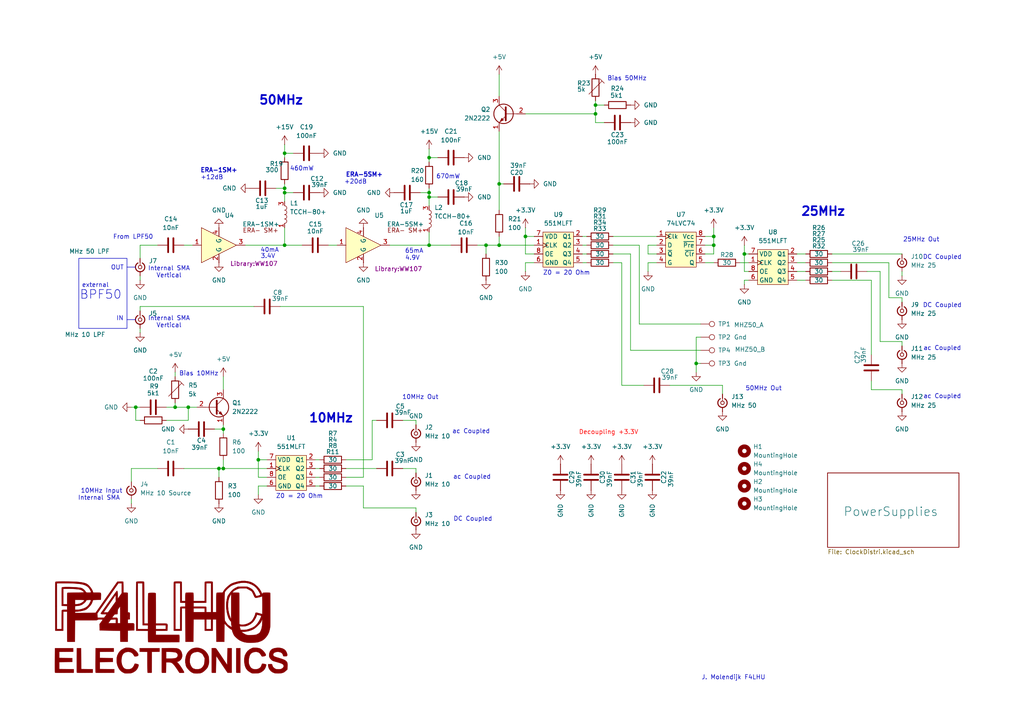
<source format=kicad_sch>
(kicad_sch (version 20250114) (generator "eeschema") (generator_version "9.0")
  (paper "A4")
  (title_block (title "Frequency Reference Distribution") (date "2025-10-31") (rev "1.0.0") (company "F4LHU"))
  (rectangle (start 22.86 74.93) (end 36.83 95.25))
  (text "Z0 = 20 Ohm" (at 164.338 79.248 0) (effects (font (size 1.27 1.27))))
  (text "10MHz Input" (at 29.464 142.494 0) (effects (font (size 1.27 1.27))))
  (text "Internal SMA" (at 28.702 144.526 0) (effects (font (size 1.27 1.27))))
  (text "external" (at 27.686 82.804 0) (effects (font (size 1.27 1.27))))
  (text "BPF50" (at 29.21 85.598 0) (effects (font (size 2.54 2.54))))
  (text "670mW" (at 126.492 51.308 0) (effects (font (size 1.27 1.27)) (justify left)))
  (text "10MHz Out" (at 121.92 115.316 0) (effects (font (size 1.27 1.27))))
  (text "65mA" (at 120.142 72.898 0) (effects (font (size 1.27 1.27))))
  (text "ac Coupled" (at 273.304 115.062 0) (effects (font (size 1.27 1.27))))
  (text "40mA" (at 78.232 72.644 0) (effects (font (size 1.27 1.27))))
  (text "ERA-1SM+" (at 63.5 49.53 0) (effects (font (size 1.27 1.27) (thickness 0.254) (bold yes))))
  (text "25MHz" (at 238.76 61.468 0) (effects (font (size 2.54 2.54) (thickness 0.508) (bold yes))))
  (text "DC Coupled" (at 273.304 88.646 0) (effects (font (size 1.27 1.27))))
  (text "J. Molendijk F4LHU" (at 203.454 196.596 0) (effects (font (size 1.27 1.27)) (justify left)))
  (text "ac Coupled" (at 136.652 125.222 0) (effects (font (size 1.27 1.27))))
  (text "Decoupling +3.3V" (at 176.53 125.476 0) (effects (font (size 1.27 1.27))))
  (text "50MHz" (at 81.534 29.21 0) (effects (font (size 2.54 2.54) (thickness 0.508) (bold yes))))
  (text "From LPF50" (at 38.608 68.834 0) (effects (font (size 1.27 1.27))))
  (text "3.4V" (at 77.724 74.422 0) (effects (font (size 1.27 1.27))))
  (text "Internal SMA\nVertical" (at 49.022 93.472 0) (effects (font (size 1.27 1.27))))
  (text "IN" (at 34.798 92.456 0) (effects (font (size 1.27 1.27))))
  (text "Z0 = 20 Ohm" (at 86.868 144.018 0) (effects (font (size 1.27 1.27))))
  (text "10MHz" (at 96.012 121.412 0) (effects (font (size 2.54 2.54) (thickness 0.508) (bold yes))))
  (text "Bias 50MHz" (at 181.864 22.86 0) (effects (font (size 1.27 1.27))))
  (text "Internal SMA\nVertical" (at 49.022 78.994 0) (effects (font (size 1.27 1.27))))
  (text "+12dB" (at 61.468 51.562 0) (effects (font (size 1.27 1.27))))
  (text "460mW" (at 84.074 49.022 0) (effects (font (size 1.27 1.27)) (justify left)))
  (text "ac Coupled" (at 136.906 138.43 0) (effects (font (size 1.27 1.27))))
  (text "4.9V" (at 119.634 74.93 0) (effects (font (size 1.27 1.27))))
  (text "OUT" (at 34.036 77.724 0) (effects (font (size 1.27 1.27))))
  (text "Bias 10MHz" (at 57.658 108.458 0) (effects (font (size 1.27 1.27))))
  (text "DC Coupled" (at 137.16 150.622 0) (effects (font (size 1.27 1.27))))
  (text "ERA-5SM+" (at 105.664 50.8 0) (effects (font (size 1.27 1.27) (thickness 0.254) (bold yes))))
  (text "25MHz Out" (at 267.208 69.596 0) (effects (font (size 1.27 1.27))))
  (text "DC Coupled" (at 273.304 74.676 0) (effects (font (size 1.27 1.27))))
  (text "+20dB" (at 103.124 52.832 0) (effects (font (size 1.27 1.27))))
  (text "50MHz Out" (at 221.488 112.776 0) (effects (font (size 1.27 1.27))))
  (text "ac Coupled" (at 273.304 101.092 0) (effects (font (size 1.27 1.27))))
  (junction (at 63.5 135.89))
  (junction (at 124.46 71.12))
  (junction (at 39.37 118.11))
  (junction (at 124.46 55.88))
  (junction (at 82.55 44.45))
  (junction (at 82.55 54.61))
  (junction (at 54.61 118.11))
  (junction (at 172.72 30.48))
  (junction (at 50.8 118.11))
  (junction (at 74.93 133.35))
  (junction (at 207.01 68.58))
  (junction (at 64.77 124.46))
  (junction (at 144.78 71.12))
  (junction (at 152.4 68.58))
  (junction (at 207.01 71.12))
  (junction (at 82.55 71.12))
  (junction (at 172.72 33.02))
  (junction (at 82.55 55.88))
  (junction (at 64.77 135.89))
  (junction (at 201.93 105.41))
  (junction (at 144.78 53.34))
  (junction (at 140.97 71.12))
  (junction (at 124.46 45.72))
  (junction (at 215.9 73.66))
  (junction (at 124.46 57.15))
  (wire (pts (xy 144.78 53.34) (xy 144.78 60.96)))
  (wire (pts (xy 168.91 71.12) (xy 170.18 71.12)))
  (wire (pts (xy 82.55 55.88) (xy 85.09 55.88)))
  (wire (pts (xy 252.73 81.28) (xy 252.73 102.87)))
  (wire (pts (xy 144.78 71.12) (xy 154.94 71.12)))
  (wire (pts (xy 39.37 118.11) (xy 39.37 121.92)))
  (wire (pts (xy 261.62 86.36) (xy 261.62 87.63)))
  (wire (pts (xy 63.5 135.89) (xy 64.77 135.89)))
  (wire (pts (xy 187.96 73.66) (xy 190.5 73.66)))
  (wire (pts (xy 73.66 88.9) (xy 40.64 88.9)))
  (wire (pts (xy 177.8 71.12) (xy 185.42 71.12)))
  (wire (pts (xy 261.62 99.06) (xy 261.62 100.33)))
  (wire (pts (xy 124.46 57.15) (xy 127 57.15)))
  (wire (pts (xy 64.77 135.89) (xy 77.47 135.89)))
  (wire (pts (xy 201.93 105.41) (xy 201.93 107.95)))
  (wire (pts (xy 152.4 73.66) (xy 154.94 73.66)))
  (wire (pts (xy 38.1 135.89) (xy 45.72 135.89)))
  (wire (pts (xy 209.55 111.76) (xy 209.55 114.3)))
  (wire (pts (xy 113.03 71.12) (xy 124.46 71.12)))
  (wire (pts (xy 64.77 124.46) (xy 64.77 125.73)))
  (wire (pts (xy 257.81 76.2) (xy 257.81 86.36)))
  (wire (pts (xy 91.44 135.89) (xy 92.71 135.89)))
  (wire (pts (xy 74.93 133.35) (xy 74.93 138.43)))
  (wire (pts (xy 177.8 76.2) (xy 180.34 76.2)))
  (wire (pts (xy 255.27 99.06) (xy 261.62 99.06)))
  (wire (pts (xy 64.77 123.19) (xy 64.77 124.46)))
  (wire (pts (xy 48.26 118.11) (xy 50.8 118.11)))
  (wire (pts (xy 40.64 96.52) (xy 40.64 95.25)))
  (wire (pts (xy 190.5 71.12) (xy 187.96 71.12)))
  (wire (pts (xy 207.01 71.12) (xy 207.01 73.66)))
  (wire (pts (xy 105.41 88.9) (xy 81.28 88.9)))
  (wire (pts (xy 177.8 73.66) (xy 182.88 73.66)))
  (wire (pts (xy 82.55 53.34) (xy 82.55 54.61)))
  (wire (pts (xy 255.27 78.74) (xy 255.27 99.06)))
  (wire (pts (xy 252.73 110.49) (xy 252.73 113.03)))
  (wire (pts (xy 82.55 44.45) (xy 82.55 45.72)))
  (wire (pts (xy 177.8 68.58) (xy 190.5 68.58)))
  (wire (pts (xy 54.61 118.11) (xy 57.15 118.11)))
  (wire (pts (xy 152.4 68.58) (xy 154.94 68.58)))
  (wire (pts (xy 82.55 54.61) (xy 82.55 55.88)))
  (wire (pts (xy 100.33 140.97) (xy 105.41 140.97)))
  (wire (pts (xy 53.34 135.89) (xy 63.5 135.89)))
  (wire (pts (xy 261.62 80.01) (xy 261.62 78.74)))
  (wire (pts (xy 140.97 71.12) (xy 140.97 73.66)))
  (wire (pts (xy 215.9 81.28) (xy 215.9 82.55)))
  (wire (pts (xy 144.78 21.59) (xy 144.78 27.94)))
  (wire (pts (xy 82.55 58.42) (xy 82.55 55.88)))
  (wire (pts (xy 241.3 73.66) (xy 261.62 73.66)))
  (wire (pts (xy 185.42 71.12) (xy 185.42 93.98)))
  (wire (pts (xy 144.78 53.34) (xy 146.05 53.34)))
  (wire (pts (xy 124.46 45.72) (xy 127 45.72)))
  (wire (pts (xy 152.4 66.04) (xy 152.4 68.58)))
  (wire (pts (xy 38.1 118.11) (xy 39.37 118.11)))
  (polyline (pts (xy 36.83 77.47) (xy 39.37 77.47)))
  (wire (pts (xy 215.9 73.66) (xy 217.17 73.66)))
  (wire (pts (xy 62.23 124.46) (xy 64.77 124.46)))
  (wire (pts (xy 121.92 55.88) (xy 124.46 55.88)))
  (wire (pts (xy 74.93 130.81) (xy 74.93 133.35)))
  (wire (pts (xy 215.9 73.66) (xy 215.9 78.74)))
  (wire (pts (xy 50.8 118.11) (xy 54.61 118.11)))
  (wire (pts (xy 116.84 135.89) (xy 120.65 135.89)))
  (wire (pts (xy 231.14 73.66) (xy 233.68 73.66)))
  (wire (pts (xy 252.73 113.03) (xy 261.62 113.03)))
  (wire (pts (xy 251.46 78.74) (xy 255.27 78.74)))
  (wire (pts (xy 180.34 76.2) (xy 180.34 111.76)))
  (wire (pts (xy 124.46 57.15) (xy 124.46 59.69)))
  (wire (pts (xy 105.41 88.9) (xy 105.41 138.43)))
  (wire (pts (xy 140.97 71.12) (xy 144.78 71.12)))
  (wire (pts (xy 82.55 41.91) (xy 82.55 44.45)))
  (wire (pts (xy 217.17 81.28) (xy 215.9 81.28)))
  (wire (pts (xy 54.61 121.92) (xy 48.26 121.92)))
  (wire (pts (xy 241.3 81.28) (xy 252.73 81.28)))
  (wire (pts (xy 45.72 71.12) (xy 40.64 71.12)))
  (wire (pts (xy 64.77 133.35) (xy 64.77 135.89)))
  (wire (pts (xy 207.01 68.58) (xy 204.47 68.58)))
  (wire (pts (xy 172.72 29.21) (xy 172.72 30.48)))
  (wire (pts (xy 74.93 133.35) (xy 77.47 133.35)))
  (wire (pts (xy 120.65 147.32) (xy 120.65 148.59)))
  (wire (pts (xy 172.72 35.56) (xy 172.72 33.02)))
  (wire (pts (xy 201.93 105.41) (xy 203.2 105.41)))
  (wire (pts (xy 107.95 121.92) (xy 107.95 133.35)))
  (wire (pts (xy 187.96 71.12) (xy 187.96 73.66)))
  (wire (pts (xy 138.43 71.12) (xy 140.97 71.12)))
  (wire (pts (xy 207.01 66.04) (xy 207.01 68.58)))
  (wire (pts (xy 204.47 71.12) (xy 207.01 71.12)))
  (wire (pts (xy 91.44 133.35) (xy 92.71 133.35)))
  (wire (pts (xy 204.47 76.2) (xy 207.01 76.2)))
  (wire (pts (xy 231.14 78.74) (xy 233.68 78.74)))
  (wire (pts (xy 185.42 93.98) (xy 203.2 93.98)))
  (wire (pts (xy 39.37 121.92) (xy 40.64 121.92)))
  (wire (pts (xy 71.12 71.12) (xy 82.55 71.12)))
  (wire (pts (xy 152.4 78.74) (xy 152.4 76.2)))
  (wire (pts (xy 54.61 118.11) (xy 54.61 121.92)))
  (wire (pts (xy 124.46 54.61) (xy 124.46 55.88)))
  (wire (pts (xy 120.65 121.92) (xy 120.65 123.19)))
  (wire (pts (xy 182.88 101.6) (xy 203.2 101.6)))
  (wire (pts (xy 100.33 133.35) (xy 107.95 133.35)))
  (wire (pts (xy 91.44 140.97) (xy 92.71 140.97)))
  (wire (pts (xy 40.64 71.12) (xy 40.64 74.93)))
  (wire (pts (xy 38.1 135.89) (xy 38.1 139.7)))
  (wire (pts (xy 107.95 121.92) (xy 109.22 121.92)))
  (wire (pts (xy 53.34 71.12) (xy 55.88 71.12)))
  (wire (pts (xy 172.72 30.48) (xy 172.72 33.02)))
  (polyline (pts (xy 36.83 92.71) (xy 39.37 92.71)))
  (wire (pts (xy 74.93 138.43) (xy 77.47 138.43)))
  (wire (pts (xy 182.88 73.66) (xy 182.88 101.6)))
  (wire (pts (xy 152.4 76.2) (xy 154.94 76.2)))
  (wire (pts (xy 124.46 71.12) (xy 130.81 71.12)))
  (wire (pts (xy 261.62 113.03) (xy 261.62 114.3)))
  (wire (pts (xy 64.77 109.22) (xy 64.77 113.03)))
  (wire (pts (xy 187.96 76.2) (xy 187.96 78.74)))
  (wire (pts (xy 241.3 78.74) (xy 243.84 78.74)))
  (wire (pts (xy 124.46 55.88) (xy 124.46 57.15)))
  (wire (pts (xy 38.1 146.05) (xy 38.1 144.78)))
  (wire (pts (xy 168.91 68.58) (xy 170.18 68.58)))
  (wire (pts (xy 124.46 45.72) (xy 124.46 46.99)))
  (wire (pts (xy 168.91 73.66) (xy 170.18 73.66)))
  (wire (pts (xy 91.44 138.43) (xy 92.71 138.43)))
  (wire (pts (xy 120.65 135.89) (xy 120.65 137.16)))
  (wire (pts (xy 82.55 66.04) (xy 82.55 71.12)))
  (wire (pts (xy 144.78 38.1) (xy 144.78 53.34)))
  (wire (pts (xy 203.2 97.79) (xy 201.93 97.79)))
  (wire (pts (xy 116.84 121.92) (xy 120.65 121.92)))
  (wire (pts (xy 40.64 81.28) (xy 40.64 80.01)))
  (wire (pts (xy 100.33 138.43) (xy 105.41 138.43)))
  (wire (pts (xy 175.26 35.56) (xy 172.72 35.56)))
  (wire (pts (xy 204.47 73.66) (xy 207.01 73.66)))
  (wire (pts (xy 80.01 54.61) (xy 82.55 54.61)))
  (wire (pts (xy 74.93 140.97) (xy 77.47 140.97)))
  (wire (pts (xy 39.37 118.11) (xy 40.64 118.11)))
  (wire (pts (xy 172.72 33.02) (xy 152.4 33.02)))
  (wire (pts (xy 95.25 71.12) (xy 97.79 71.12)))
  (wire (pts (xy 194.31 111.76) (xy 209.55 111.76)))
  (wire (pts (xy 50.8 109.22) (xy 50.8 107.95)))
  (wire (pts (xy 105.41 147.32) (xy 120.65 147.32)))
  (wire (pts (xy 168.91 76.2) (xy 170.18 76.2)))
  (wire (pts (xy 257.81 86.36) (xy 261.62 86.36)))
  (wire (pts (xy 82.55 44.45) (xy 85.09 44.45)))
  (wire (pts (xy 152.4 68.58) (xy 152.4 73.66)))
  (wire (pts (xy 74.93 143.51) (xy 74.93 140.97)))
  (wire (pts (xy 63.5 135.89) (xy 63.5 138.43)))
  (wire (pts (xy 100.33 135.89) (xy 109.22 135.89)))
  (wire (pts (xy 231.14 76.2) (xy 233.68 76.2)))
  (wire (pts (xy 144.78 68.58) (xy 144.78 71.12)))
  (wire (pts (xy 231.14 81.28) (xy 233.68 81.28)))
  (wire (pts (xy 40.64 88.9) (xy 40.64 90.17)))
  (wire (pts (xy 105.41 140.97) (xy 105.41 147.32)))
  (wire (pts (xy 214.63 76.2) (xy 217.17 76.2)))
  (wire (pts (xy 172.72 30.48) (xy 175.26 30.48)))
  (wire (pts (xy 124.46 43.18) (xy 124.46 45.72)))
  (wire (pts (xy 124.46 67.31) (xy 124.46 71.12)))
  (wire (pts (xy 190.5 76.2) (xy 187.96 76.2)))
  (wire (pts (xy 201.93 97.79) (xy 201.93 105.41)))
  (wire (pts (xy 215.9 71.12) (xy 215.9 73.66)))
  (wire (pts (xy 241.3 76.2) (xy 257.81 76.2)))
  (wire (pts (xy 180.34 111.76) (xy 186.69 111.76)))
  (wire (pts (xy 215.9 78.74) (xy 217.17 78.74)))
  (wire (pts (xy 50.8 116.84) (xy 50.8 118.11)))
  (wire (pts (xy 82.55 71.12) (xy 87.63 71.12)))
  (wire (pts (xy 207.01 68.58) (xy 207.01 71.12)))
  (symbol (lib_id "power:GND") (at 153.67 53.34 90) (unit 1)
    (property "Reference" "#PWR059" (effects (hide yes)))
    (property "Value" "GND" (at 157.48 53.3399 90) (effects (justify right)))
    (property "Description" "Power symbol creates a global label with name \"GND\" , ground" (effects (hide yes)))
  )
  (symbol (lib_id "Device:C") (at 190.5 111.76 90) (unit 1)
    (property "Reference" "C28" (at 193.548 107.696 90))
    (property "Value" "39nF" (at 194.31 109.474 90))
    (property "Footprint" "Capacitor_SMD:C_1206_3216Metric_Pad1.33x1.80mm_HandSolder" (effects (hide yes)))
    (property "Description" "Unpolarized capacitor" (effects (hide yes)))
  )
  (symbol (lib_id "Device:C") (at 162.56 138.43 0) (unit 1)
    (property "Reference" "C29" (at 165.862 138.43 90))
    (property "Value" "39nF" (at 167.894 138.938 90))
    (property "Footprint" "Capacitor_SMD:C_1206_3216Metric_Pad1.33x1.80mm_HandSolder" (effects (hide yes)))
    (property "Description" "Unpolarized capacitor" (effects (hide yes)))
  )
  (symbol (lib_id "power:+3.3V") (at 162.56 134.62 0) (unit 1)
    (property "Reference" "#PWR068" (effects (hide yes)))
    (property "Value" "+3.3V" (at 162.56 129.54 0))
    (property "Description" "Power symbol creates a global label with name \"+3.3V\"" (effects (hide yes)))
  )
  (symbol (lib_id "Device:R") (at 173.99 71.12 90) (unit 1)
    (property "Reference" "R31" (at 173.99 62.738 90))
    (property "Value" "30" (at 173.99 71.12 90))
    (property "Footprint" "Resistor_SMD:R_1206_3216Metric_Pad1.30x1.75mm_HandSolder" (effects (hide yes)))
    (property "Description" "Resistor" (effects (hide yes)))
  )
  (symbol (lib_id "Device:R_Trim") (at 172.72 25.4 0) (unit 1)
    (property "Reference" "R23" (at 167.386 24.13 0) (effects (justify left)))
    (property "Value" "5k" (at 167.386 25.908 0) (effects (justify left)))
    (property "Footprint" "Potentiometer_THT:Potentiometer_Bourns_3299W_Vertical" (effects (hide yes)))
    (property "Description" "Trimmable resistor (preset resistor)" (effects (hide yes)))
  )
  (symbol (lib_id "power:GND") (at 74.93 143.51 0) (unit 1)
    (property "Reference" "#PWR013" (effects (hide yes)))
    (property "Value" "GND" (at 74.93 148.59 0))
    (property "Description" "Power symbol creates a global label with name \"GND\" , ground" (effects (hide yes)))
  )
  (symbol (lib_id "power:GND") (at 215.9 82.55 0) (unit 1)
    (property "Reference" "#PWR036" (effects (hide yes)))
    (property "Value" "GND" (at 215.9 87.63 0))
    (property "Description" "Power symbol creates a global label with name \"GND\" , ground" (effects (hide yes)))
  )
  (symbol (lib_id "power:GND") (at 261.62 92.71 0) (unit 1)
    (property "Reference" "#PWR024" (effects (hide yes)))
    (property "Value" "GND" (at 261.62 97.79 0))
    (property "Description" "Power symbol creates a global label with name \"GND\" , ground" (effects (hide yes)))
  )
  (symbol (lib_id "power:+15V") (at 124.46 43.18 0) (unit 1)
    (property "Reference" "#PWR04" (effects (hide yes)))
    (property "Value" "+15V" (at 124.46 38.1 0))
    (property "Description" "Power symbol creates a global label with name \"+15V\"" (effects (hide yes)))
  )
  (symbol (lib_id "Connector:Conn_Coaxial_Small") (at 209.55 116.84 270) (unit 1)
    (property "Reference" "J13" (at 212.09 115.0503 90) (effects (justify left)))
    (property "Value" "MHz 50" (at 212.09 117.5903 90) (effects (justify left)))
    (property "Footprint" "Connector_Coaxial:SMA_Amphenol_132289_EdgeMount" (effects (hide yes)))
    (property "Description" "small coaxial connector (BNC, SMA, SMB, SMC, Cinch/RCA, LEMO, ...)" (effects (hide yes)))
  )
  (symbol (lib_id "Device:R_Trim") (at 50.8 113.03 0) (unit 1)
    (property "Reference" "R5" (at 54.61 111.7599 0) (effects (justify left)))
    (property "Value" "5k" (at 54.61 114.2999 0) (effects (justify left)))
    (property "Footprint" "Potentiometer_THT:Potentiometer_Bourns_3299W_Vertical" (effects (hide yes)))
    (property "Description" "Trimmable resistor (preset resistor)" (effects (hide yes)))
  )
  (symbol (lib_id "power:GND") (at 209.55 119.38 0) (unit 1)
    (property "Reference" "#PWR026" (effects (hide yes)))
    (property "Value" "GND" (at 209.55 124.46 0))
    (property "Description" "Power symbol creates a global label with name \"GND\" , ground" (effects (hide yes)))
  )
  (symbol (lib_id "power:GND") (at 63.5 146.05 0) (unit 1)
    (property "Reference" "#PWR09" (effects (hide yes)))
    (property "Value" "GND" (at 63.5 151.13 0))
    (property "Description" "Power symbol creates a global label with name \"GND\" , ground" (effects (hide yes)))
  )
  (symbol (lib_id "F4LHU:551MLFT") (at 86.36 129.54 0) (unit 1)
    (property "Reference" "U1" (at 84.455 127 0))
    (property "Value" "551MLFT" (at 84.455 129.54 0))
    (property "Footprint" "Package_SO:SOIC-8_5.3x6.2mm_P1.27mm" (effects (hide yes)))
  )
  (symbol (lib_id "Device:R") (at 63.5 142.24 0) (unit 1)
    (property "Reference" "R3" (at 66.04 140.9699 0) (effects (justify left)))
    (property "Value" "100" (at 66.04 143.5099 0) (effects (justify left)))
    (property "Footprint" "Resistor_SMD:R_1206_3216Metric_Pad1.30x1.75mm_HandSolder" (effects (hide yes)))
    (property "Description" "Resistor" (effects (hide yes)))
  )
  (symbol (lib_id "power:GND") (at 92.71 44.45 90) (unit 1)
    (property "Reference" "#PWR011" (effects (hide yes)))
    (property "Value" "GND" (at 96.52 44.4499 90) (effects (justify right)))
    (property "Description" "Power symbol creates a global label with name \"GND\" , ground" (effects (hide yes)))
  )
  (symbol (lib_id "power:GND") (at 180.34 142.24 0) (unit 1)
    (property "Reference" "#PWR066" (effects (hide yes)))
    (property "Value" "GND" (at 180.3401 146.05 90) (effects (justify right)))
    (property "Description" "Power symbol creates a global label with name \"GND\" , ground" (effects (hide yes)))
  )
  (symbol (lib_id "Device:R") (at 173.99 73.66 90) (unit 1)
    (property "Reference" "R34" (at 173.99 64.516 90))
    (property "Value" "30" (at 173.99 73.66 90))
    (property "Footprint" "Resistor_SMD:R_1206_3216Metric_Pad1.30x1.75mm_HandSolder" (effects (hide yes)))
    (property "Description" "Resistor" (effects (hide yes)))
  )
  (symbol (lib_id "Device:R") (at 96.52 138.43 90) (unit 1)
    (property "Reference" "R8" (at 96.52 129.286 90))
    (property "Value" "30" (at 96.52 138.43 90))
    (property "Footprint" "Resistor_SMD:R_1206_3216Metric_Pad1.30x1.75mm_HandSolder" (effects (hide yes)))
    (property "Description" "Resistor" (effects (hide yes)))
  )
  (symbol (lib_id "power:+5V") (at 64.77 109.22 0) (unit 1)
    (property "Reference" "#PWR053" (effects (hide yes)))
    (property "Value" "+5V" (at 64.77 104.14 0))
    (property "Description" "Power symbol creates a global label with name \"+5V\"" (effects (hide yes)))
  )
  (symbol (lib_id "power:+5V") (at 144.78 21.59 0) (unit 1)
    (property "Reference" "#PWR016" (effects (hide yes)))
    (property "Value" "+5V" (at 144.78 16.51 0))
    (property "Description" "Power symbol creates a global label with name \"+5V\"" (effects (hide yes)))
  )
  (symbol (lib_id "power:GND") (at 38.1 118.11 270) (unit 1)
    (property "Reference" "#PWR051" (effects (hide yes)))
    (property "Value" "GND" (at 34.29 118.1099 90) (effects (justify right)))
    (property "Description" "Power symbol creates a global label with name \"GND\" , ground" (effects (hide yes)))
  )
  (symbol (lib_id "power:GND") (at 40.64 96.52 0) (unit 1)
    (property "Reference" "#PWR014" (effects (hide yes)))
    (property "Value" "GND" (at 40.64 101.6 0))
    (property "Description" "Power symbol creates a global label with name \"GND\" , ground" (effects (hide yes)))
  )
  (symbol (lib_name "ERA-xSM+_1") (lib_id "F4LHU:ERA-xSM+") (at 73.66 64.77 0) (unit 1)
    (property "Reference" "U4" (at 66.548 62.484 0))
    (property "Value" "ERA-1SM+" (at 75.692 65.024 0))
    (property "Footprint" "Library:WW107" (at 73.66 76.454 0))
  )
  (symbol (lib_id "Device:C") (at 247.65 78.74 90) (unit 1)
    (property "Reference" "C26" (at 248.92 70.612 90))
    (property "Value" "39nF" (at 249.682 72.39 90))
    (property "Footprint" "Capacitor_SMD:C_1206_3216Metric_Pad1.33x1.80mm_HandSolder" (effects (hide yes)))
    (property "Description" "Unpolarized capacitor" (effects (hide yes)))
  )
  (symbol (lib_id "power:GND") (at 40.64 81.28 0) (unit 1)
    (property "Reference" "#PWR01" (effects (hide yes)))
    (property "Value" "GND" (at 40.64 86.36 0))
    (property "Description" "Power symbol creates a global label with name \"GND\" , ground" (effects (hide yes)))
  )
  (symbol (lib_id "Connector:Conn_Coaxial_Small") (at 261.62 116.84 270) (unit 1)
    (property "Reference" "J12" (at 264.16 115.0503 90) (effects (justify left)))
    (property "Value" "MHz 25" (at 264.16 117.5903 90) (effects (justify left)))
    (property "Footprint" "Connector_Coaxial:SMA_Amphenol_132289_EdgeMount" (effects (hide yes)))
    (property "Description" "small coaxial connector (BNC, SMA, SMB, SMC, Cinch/RCA, LEMO, ...)" (effects (hide yes)))
  )
  (symbol (lib_id "Mechanical:MountingHole") (at 215.9 146.05 0) (unit 1) (in_bom no)
    (property "Reference" "H3" (at 218.44 144.7799 0) (effects (justify left)))
    (property "Value" "MountingHole" (at 218.44 147.3199 0) (effects (justify left)))
    (property "Footprint" "MountingHole:MountingHole_3.2mm_M3_ISO7380_Pad_TopBottom" (effects (hide yes)))
    (property "Description" "Mounting Hole without connection" (effects (hide yes)))
  )
  (symbol (lib_id "power:+3.3V") (at 171.45 134.62 0) (unit 1)
    (property "Reference" "#PWR069" (effects (hide yes)))
    (property "Value" "+3.3V" (at 171.45 129.54 0))
    (property "Description" "Power symbol creates a global label with name \"+3.3V\"" (effects (hide yes)))
  )
  (symbol (lib_id "Device:C") (at 77.47 88.9 90) (unit 1)
    (property "Reference" "C8" (at 80.518 84.836 90))
    (property "Value" "39nF" (at 81.28 86.614 90))
    (property "Footprint" "Capacitor_SMD:C_1206_3216Metric_Pad1.33x1.80mm_HandSolder" (effects (hide yes)))
    (property "Description" "Unpolarized capacitor" (effects (hide yes)))
  )
  (symbol (lib_id "Mechanical:MountingHole") (at 215.9 135.89 0) (unit 1) (in_bom no)
    (property "Reference" "H4" (at 218.44 134.6199 0) (effects (justify left)))
    (property "Value" "MountingHole" (at 218.44 137.1599 0) (effects (justify left)))
    (property "Footprint" "MountingHole:MountingHole_3.2mm_M3_ISO7380_Pad_TopBottom" (effects (hide yes)))
    (property "Description" "Mounting Hole without connection" (effects (hide yes)))
  )
  (symbol (lib_id "Device:C") (at 91.44 71.12 90) (unit 1)
    (property "Reference" "C15" (at 91.44 65.024 90))
    (property "Value" "10nF" (at 91.44 67.056 90))
    (property "Footprint" "Capacitor_SMD:C_1206_3216Metric_Pad1.33x1.80mm_HandSolder" (effects (hide yes)))
    (property "Description" "Unpolarized capacitor" (effects (hide yes)))
  )
  (symbol (lib_id "power:GND") (at 140.97 81.28 0) (unit 1)
    (property "Reference" "#PWR015" (effects (hide yes)))
    (property "Value" "GND" (at 140.97 86.36 0))
    (property "Description" "Power symbol creates a global label with name \"GND\" , ground" (effects (hide yes)))
  )
  (symbol (lib_id "Connector:TestPoint") (at 203.2 97.79 270) (unit 1)
    (property "Reference" "TP2" (at 208.28 97.7899 90) (effects (justify left)))
    (property "Value" "Gnd" (at 212.852 97.79 90) (effects (justify left)))
    (property "Footprint" "Library:TestPoint_THTPad_1.5x1.5mm_Drill0.7mm" (effects (hide yes)))
    (property "Description" "test point" (effects (hide yes)))
  )
  (symbol (lib_id "power:GND") (at 261.62 80.01 0) (unit 1)
    (property "Reference" "#PWR08" (effects (hide yes)))
    (property "Value" "GND" (at 261.62 85.09 0))
    (property "Description" "Power symbol creates a global label with name \"GND\" , ground" (effects (hide yes)))
  )
  (symbol (lib_id "Device:C") (at 113.03 135.89 90) (unit 1)
    (property "Reference" "C3" (at 116.078 131.826 90))
    (property "Value" "39nF" (at 116.84 133.604 90))
    (property "Footprint" "Capacitor_SMD:C_1206_3216Metric_Pad1.33x1.80mm_HandSolder" (effects (hide yes)))
    (property "Description" "Unpolarized capacitor" (effects (hide yes)))
  )
  (symbol (lib_id "Device:R") (at 237.49 81.28 90) (unit 1)
    (property "Reference" "R32" (at 237.49 71.374 90))
    (property "Value" "30" (at 237.49 81.28 90))
    (property "Footprint" "Resistor_SMD:R_1206_3216Metric_Pad1.30x1.75mm_HandSolder" (effects (hide yes)))
    (property "Description" "Resistor" (effects (hide yes)))
  )
  (symbol (lib_id "power:GND") (at 187.96 78.74 0) (unit 1)
    (property "Reference" "#PWR017" (effects (hide yes)))
    (property "Value" "GND" (at 187.96 83.82 0))
    (property "Description" "Power symbol creates a global label with name \"GND\" , ground" (effects (hide yes)))
  )
  (symbol (lib_id "Connector:Conn_Coaxial_Small") (at 40.64 92.71 270) (unit 1)
    (property "Reference" "J5" (at 43.18 90.9203 90) (effects (justify left)))
    (property "Value" "MHz 10 LPF" (at 18.796 97.028 90) (effects (justify left)))
    (property "Footprint" "Connector_Coaxial:SMA_Amphenol_132134-11_Vertical" (effects (hide yes)))
    (property "Description" "small coaxial connector (BNC, SMA, SMB, SMC, Cinch/RCA, LEMO, ...)" (effects (hide yes)))
  )
  (symbol (lib_id "power:+5V") (at 172.72 21.59 0) (unit 1)
    (property "Reference" "#PWR025" (effects (hide yes)))
    (property "Value" "+5V" (at 172.72 16.51 0))
    (property "Description" "Power symbol creates a global label with name \"+5V\"" (effects (hide yes)))
  )
  (symbol (lib_id "power:GND") (at 92.71 55.88 90) (unit 1)
    (property "Reference" "#PWR07" (effects (hide yes)))
    (property "Value" "GND" (at 96.52 55.8799 90) (effects (justify right)))
    (property "Description" "Power symbol creates a global label with name \"GND\" , ground" (effects (hide yes)))
  )
  (symbol (lib_id "power:GND") (at 120.65 153.67 0) (unit 1)
    (property "Reference" "#PWR021" (effects (hide yes)))
    (property "Value" "GND" (at 120.65 158.75 0))
    (property "Description" "Power symbol creates a global label with name \"GND\" , ground" (effects (hide yes)))
  )
  (symbol (lib_id "Device:C") (at 44.45 118.11 90) (unit 1)
    (property "Reference" "C2" (at 44.45 107.696 90))
    (property "Value" "100nF" (at 44.45 109.728 90))
    (property "Footprint" "Capacitor_SMD:C_1206_3216Metric_Pad1.33x1.80mm_HandSolder" (effects (hide yes)))
    (property "Description" "Unpolarized capacitor" (effects (hide yes)))
  )
  (symbol (lib_id "power:GND") (at 201.93 107.95 0) (unit 1)
    (property "Reference" "#PWR054" (effects (hide yes)))
    (property "Value" "GND" (at 201.93 113.03 0))
    (property "Description" "Power symbol creates a global label with name \"GND\" , ground" (effects (hide yes)))
  )
  (symbol (lib_id "power:+3.3V") (at 207.01 66.04 0) (unit 1)
    (property "Reference" "#PWR018" (effects (hide yes)))
    (property "Value" "+3.3V" (at 207.01 60.96 0))
    (property "Description" "Power symbol creates a global label with name \"+3.3V\"" (effects (hide yes)))
  )
  (symbol (lib_id "Device:R") (at 82.55 49.53 0) (unit 1)
    (property "Reference" "R19" (at 78.232 47.498 0) (effects (justify left)))
    (property "Value" "300" (at 76.962 49.276 0) (effects (justify left)))
    (property "Footprint" "Resistor_SMD:R_2512_6332Metric_Pad1.40x3.35mm_HandSolder" (effects (hide yes)))
    (property "Description" "Resistor" (effects (hide yes)))
  )
  (symbol (lib_id "Device:C") (at 180.34 138.43 0) (unit 1)
    (property "Reference" "C31" (at 183.642 138.43 90))
    (property "Value" "39nF" (at 185.674 138.938 90))
    (property "Footprint" "Capacitor_SMD:C_1206_3216Metric_Pad1.33x1.80mm_HandSolder" (effects (hide yes)))
    (property "Description" "Unpolarized capacitor" (effects (hide yes)))
  )
  (symbol (lib_id "Device:C") (at 149.86 53.34 90) (unit 1)
    (property "Reference" "C20" (at 149.86 50.038 90))
    (property "Value" "39nF" (at 150.368 48.006 90))
    (property "Footprint" "Capacitor_SMD:C_1206_3216Metric_Pad1.33x1.80mm_HandSolder" (effects (hide yes)))
    (property "Description" "Unpolarized capacitor" (effects (hide yes)))
  )
  (symbol (lib_id "F4LHU:TCCH-80") (at 124.46 63.5 0) (unit 1)
    (property "Reference" "L2" (at 125.984 60.198 0) (effects (justify left)))
    (property "Value" "TCCH-80+" (at 125.984 62.738 0) (effects (justify left)))
    (property "Footprint" "Library:Minicircuits_GU1604" (effects (hide yes)))
    (property "Datasheet" "https://www.minicircuits.com/case_style/GU1041.pdf" (effects (hide yes)))
    (property "Description" "Inductor" (effects (hide yes)))
  )
  (symbol (lib_id "power:GND") (at 182.88 30.48 90) (unit 1)
    (property "Reference" "#PWR039" (effects (hide yes)))
    (property "Value" "GND" (at 186.69 30.4799 90) (effects (justify right)))
    (property "Description" "Power symbol creates a global label with name \"GND\" , ground" (effects (hide yes)))
  )
  (symbol (lib_id "Device:C") (at 130.81 57.15 90) (unit 1)
    (property "Reference" "C18" (at 133.858 53.086 90))
    (property "Value" "39nF" (at 134.62 54.864 90))
    (property "Footprint" "Capacitor_SMD:C_1206_3216Metric_Pad1.33x1.80mm_HandSolder" (effects (hide yes)))
    (property "Description" "Unpolarized capacitor" (effects (hide yes)))
  )
  (symbol (lib_id "power:GND") (at 120.65 128.27 0) (unit 1)
    (property "Reference" "#PWR020" (effects (hide yes)))
    (property "Value" "GND" (at 120.65 133.35 0))
    (property "Description" "Power symbol creates a global label with name \"GND\" , ground" (effects (hide yes)))
  )
  (symbol (lib_id "power:GND") (at 261.62 105.41 0) (unit 1)
    (property "Reference" "#PWR037" (effects (hide yes)))
    (property "Value" "GND" (at 261.62 110.49 0))
    (property "Description" "Power symbol creates a global label with name \"GND\" , ground" (effects (hide yes)))
  )
  (symbol (lib_id "Device:C") (at 88.9 55.88 90) (unit 1)
    (property "Reference" "C12" (at 91.948 51.816 90))
    (property "Value" "39nF" (at 92.71 53.594 90))
    (property "Footprint" "Capacitor_SMD:C_1206_3216Metric_Pad1.33x1.80mm_HandSolder" (effects (hide yes)))
    (property "Description" "Unpolarized capacitor" (effects (hide yes)))
  )
  (symbol (lib_id "power:GND") (at 120.65 142.24 0) (unit 1)
    (property "Reference" "#PWR019" (effects (hide yes)))
    (property "Value" "GND" (at 120.65 120.65 0))
    (property "Description" "Power symbol creates a global label with name \"GND\" , ground" (effects (hide yes)))
  )
  (symbol (lib_id "power:GND") (at 134.62 45.72 90) (unit 1)
    (property "Reference" "#PWR012" (effects (hide yes)))
    (property "Value" "GND" (at 138.43 45.7199 90) (effects (justify right)))
    (property "Description" "Power symbol creates a global label with name \"GND\" , ground" (effects (hide yes)))
  )
  (symbol (lib_id "Device:R") (at 237.49 73.66 90) (unit 1)
    (property "Reference" "R26" (at 237.49 66.04 90))
    (property "Value" "30" (at 237.49 73.66 90))
    (property "Footprint" "Resistor_SMD:R_1206_3216Metric_Pad1.30x1.75mm_HandSolder" (effects (hide yes)))
    (property "Description" "Resistor" (effects (hide yes)))
  )
  (symbol (lib_id "Device:C") (at 252.73 106.68 180) (unit 1)
    (property "Reference" "C27" (at 248.666 103.632 90))
    (property "Value" "39nF" (at 250.444 102.87 90))
    (property "Footprint" "Capacitor_SMD:C_1206_3216Metric_Pad1.33x1.80mm_HandSolder" (effects (hide yes)))
    (property "Description" "Unpolarized capacitor" (effects (hide yes)))
  )
  (symbol (lib_id "Mechanical:MountingHole") (at 215.9 130.81 0) (unit 1) (in_bom no)
    (property "Reference" "H1" (at 218.44 129.5399 0) (effects (justify left)))
    (property "Value" "MountingHole" (at 218.44 132.0799 0) (effects (justify left)))
    (property "Footprint" "MountingHole:MountingHole_3.2mm_M3_ISO7380_Pad_TopBottom" (effects (hide yes)))
    (property "Description" "Mounting Hole without connection" (effects (hide yes)))
  )
  (symbol (lib_id "Device:C") (at 130.81 45.72 90) (unit 1)
    (property "Reference" "C21" (at 130.81 38.1 90))
    (property "Value" "100nF" (at 130.81 40.64 90))
    (property "Footprint" "Capacitor_SMD:C_1206_3216Metric_Pad1.33x1.80mm_HandSolder" (effects (hide yes)))
    (property "Description" "Unpolarized capacitor" (effects (hide yes)))
  )
  (symbol (lib_id "power:+5V") (at 50.8 107.95 0) (unit 1)
    (property "Reference" "#PWR052" (effects (hide yes)))
    (property "Value" "+5V" (at 50.8 102.87 0))
    (property "Description" "Power symbol creates a global label with name \"+5V\"" (effects (hide yes)))
  )
  (symbol (lib_id "power:+3.3V") (at 189.23 134.62 0) (unit 1)
    (property "Reference" "#PWR071" (effects (hide yes)))
    (property "Value" "+3.3V" (at 189.23 129.54 0))
    (property "Description" "Power symbol creates a global label with name \"+3.3V\"" (effects (hide yes)))
  )
  (symbol (lib_id "power:GND") (at 261.62 119.38 0) (unit 1)
    (property "Reference" "#PWR038" (effects (hide yes)))
    (property "Value" "GND" (at 261.62 124.46 0))
    (property "Description" "Power symbol creates a global label with name \"GND\" , ground" (effects (hide yes)))
  )
  (symbol (lib_id "Device:R") (at 96.52 140.97 90) (unit 1)
    (property "Reference" "R11" (at 96.52 131.064 90))
    (property "Value" "30" (at 96.52 140.97 90))
    (property "Footprint" "Resistor_SMD:R_1206_3216Metric_Pad1.30x1.75mm_HandSolder" (effects (hide yes)))
    (property "Description" "Resistor" (effects (hide yes)))
  )
  (symbol (lib_id "power:+3.3V") (at 74.93 130.81 0) (unit 1)
    (property "Reference" "#PWR010" (effects (hide yes)))
    (property "Value" "+3.3V" (at 74.93 125.73 0))
    (property "Description" "Power symbol creates a global label with name \"+3.3V\"" (effects (hide yes)))
  )
  (symbol (lib_id "Connector:TestPoint") (at 203.2 93.98 270) (unit 1)
    (property "Reference" "TP1" (at 208.28 93.9799 90) (effects (justify left)))
    (property "Value" "MHZ50_A" (at 212.852 94.234 90) (effects (justify left)))
    (property "Footprint" "Library:TestPoint_THTPad_1.5x1.5mm_Drill0.7mm" (effects (hide yes)))
    (property "Description" "test point" (effects (hide yes)))
  )
  (symbol (lib_id "Device:R") (at 179.07 30.48 90) (unit 1)
    (property "Reference" "R24" (at 179.07 25.654 90))
    (property "Value" "5k1" (at 178.816 27.686 90))
    (property "Footprint" "Resistor_SMD:R_1206_3216Metric_Pad1.30x1.75mm_HandSolder" (effects (hide yes)))
    (property "Description" "Resistor" (effects (hide yes)))
  )
  (symbol (lib_id "Transistor_BJT:2N3904") (at 147.32 33.02 0) (mirror y) (unit 1)
    (property "Reference" "Q2" (at 142.24 31.7499 0) (effects (justify left)))
    (property "Value" "2N2222" (at 142.24 34.2899 0) (effects (justify left)))
    (property "Footprint" "Package_TO_SOT_THT:TO-92_Inline_Wide" (effects (hide yes)))
    (property "Datasheet" "https://www.onsemi.com/pub/Collateral/2N3903-D.PDF" (effects (hide yes)))
    (property "Description" "0.2A Ic, 40V Vce, Small Signal NPN Transistor, TO-92" (effects (hide yes)))
  )
  (symbol (lib_id "F4LHU:74LVC1G74") (at 199.39 64.77 0) (unit 1)
    (property "Reference" "U7" (at 197.485 62.23 0))
    (property "Value" "74LVC74" (at 197.485 64.77 0))
    (property "Footprint" "Package_SO:SSOP-8_2.95x2.8mm_P0.65mm" (effects (hide yes)))
  )
  (symbol (lib_id "power:GND") (at 162.56 142.24 0) (unit 1)
    (property "Reference" "#PWR064" (effects (hide yes)))
    (property "Value" "GND" (at 162.5601 146.05 90) (effects (justify right)))
    (property "Description" "Power symbol creates a global label with name \"GND\" , ground" (effects (hide yes)))
  )
  (symbol (lib_id "Device:C") (at 49.53 71.12 90) (unit 1)
    (property "Reference" "C14" (at 49.53 63.5 90))
    (property "Value" "10nF" (at 49.53 66.04 90))
    (property "Footprint" "Capacitor_SMD:C_1206_3216Metric_Pad1.33x1.80mm_HandSolder" (effects (hide yes)))
    (property "Description" "Unpolarized capacitor" (effects (hide yes)))
  )
  (symbol (lib_id "power:GND") (at 171.45 142.24 0) (unit 1)
    (property "Reference" "#PWR065" (effects (hide yes)))
    (property "Value" "GND" (at 171.4501 146.05 90) (effects (justify right)))
    (property "Description" "Power symbol creates a global label with name \"GND\" , ground" (effects (hide yes)))
  )
  (symbol (lib_name "551MLFT_2") (lib_id "F4LHU:551MLFT") (at 226.06 69.85 0) (unit 1)
    (property "Reference" "U8" (at 224.155 67.31 0))
    (property "Value" "551MLFT" (at 224.155 69.85 0))
    (property "Footprint" "Package_SO:SOIC-8_5.3x6.2mm_P1.27mm" (effects (hide yes)))
  )
  (symbol (lib_id "power:+3.3V") (at 215.9 71.12 0) (unit 1)
    (property "Reference" "#PWR035" (effects (hide yes)))
    (property "Value" "+3.3V" (at 215.9 66.04 0))
    (property "Description" "Power symbol creates a global label with name \"+3.3V\"" (effects (hide yes)))
  )
  (symbol (lib_id "Device:C") (at 179.07 35.56 90) (unit 1)
    (property "Reference" "C23" (at 179.07 39.116 90))
    (property "Value" "100nF" (at 179.07 41.148 90))
    (property "Footprint" "Capacitor_SMD:C_1206_3216Metric_Pad1.33x1.80mm_HandSolder" (effects (hide yes)))
    (property "Description" "Unpolarized capacitor" (effects (hide yes)))
  )
  (symbol (lib_id "power:GND") (at 189.23 142.24 0) (unit 1)
    (property "Reference" "#PWR067" (effects (hide yes)))
    (property "Value" "GND" (at 189.2301 146.05 90) (effects (justify right)))
    (property "Description" "Power symbol creates a global label with name \"GND\" , ground" (effects (hide yes)))
  )
  (symbol (lib_id "Device:C") (at 171.45 138.43 0) (unit 1)
    (property "Reference" "C30" (at 174.752 138.43 90))
    (property "Value" "39nF" (at 176.784 138.938 90))
    (property "Footprint" "Capacitor_SMD:C_1206_3216Metric_Pad1.33x1.80mm_HandSolder" (effects (hide yes)))
    (property "Description" "Unpolarized capacitor" (effects (hide yes)))
  )
  (symbol (lib_id "power:+3.3V") (at 152.4 66.04 0) (unit 1)
    (property "Reference" "#PWR027" (effects (hide yes)))
    (property "Value" "+3.3V" (at 152.4 60.96 0))
    (property "Description" "Power symbol creates a global label with name \"+3.3V\"" (effects (hide yes)))
  )
  (symbol (lib_id "power:GND") (at 38.1 146.05 0) (unit 1)
    (property "Reference" "#PWR034" (effects (hide yes)))
    (property "Value" "GND" (at 38.1 151.13 0))
    (property "Description" "Power symbol creates a global label with name \"GND\" , ground" (effects (hide yes)))
  )
  (symbol (lib_id "power:GND") (at 63.5 76.2 0) (unit 1)
    (property "Reference" "#PWR03" (effects (hide yes)))
    (property "Value" "GND" (at 63.5 81.28 0))
    (property "Description" "Power symbol creates a global label with name \"GND\" , ground" (effects (hide yes)))
  )
  (symbol (lib_id "Device:R") (at 96.52 135.89 90) (unit 1)
    (property "Reference" "R4" (at 96.52 127.508 90))
    (property "Value" "30" (at 96.52 135.89 90))
    (property "Footprint" "Resistor_SMD:R_1206_3216Metric_Pad1.30x1.75mm_HandSolder" (effects (hide yes)))
    (property "Description" "Resistor" (effects (hide yes)))
  )
  (symbol (lib_id "Device:C") (at 58.42 124.46 270) (unit 1)
    (property "Reference" "C4" (at 58.42 127.762 90))
    (property "Value" "39nF" (at 57.912 129.794 90))
    (property "Footprint" "Capacitor_SMD:C_1206_3216Metric_Pad1.33x1.80mm_HandSolder" (effects (hide yes)))
    (property "Description" "Unpolarized capacitor" (effects (hide yes)))
  )
  (symbol (lib_id "Device:R") (at 64.77 129.54 0) (unit 1)
    (property "Reference" "R6" (at 67.31 128.2699 0) (effects (justify left)))
    (property "Value" "100" (at 67.31 130.8099 0) (effects (justify left)))
    (property "Footprint" "Resistor_SMD:R_1206_3216Metric_Pad1.30x1.75mm_HandSolder" (effects (hide yes)))
    (property "Description" "Resistor" (effects (hide yes)))
  )
  (symbol (lib_id "power:GND") (at 152.4 78.74 0) (unit 1)
    (property "Reference" "#PWR023" (effects (hide yes)))
    (property "Value" "GND" (at 152.4 83.82 0))
    (property "Description" "Power symbol creates a global label with name \"GND\" , ground" (effects (hide yes)))
  )
  (symbol (lib_id "F4LHU:ERA-xSM+") (at 115.57 64.77 0) (unit 1)
    (property "Reference" "U5" (at 109.982 62.484 0))
    (property "Value" "ERA-5SM+" (at 117.602 65.024 0))
    (property "Footprint" "Library:WW107" (at 115.57 77.978 0))
  )
  (symbol (lib_id "Device:R") (at 173.99 68.58 90) (unit 1)
    (property "Reference" "R29" (at 173.99 60.96 90))
    (property "Value" "30" (at 173.99 68.58 90))
    (property "Footprint" "Resistor_SMD:R_1206_3216Metric_Pad1.30x1.75mm_HandSolder" (effects (hide yes)))
    (property "Description" "Resistor" (effects (hide yes)))
  )
  (symbol (lib_id "Connector:Conn_Coaxial_Small") (at 261.62 102.87 270) (unit 1)
    (property "Reference" "J11" (at 264.16 101.0803 90) (effects (justify left)))
    (property "Value" "MHz 25" (at 264.16 103.6203 90) (effects (justify left)))
    (property "Footprint" "Connector_Coaxial:SMA_Amphenol_132289_EdgeMount" (effects (hide yes)))
    (property "Description" "small coaxial connector (BNC, SMA, SMB, SMC, Cinch/RCA, LEMO, ...)" (effects (hide yes)))
  )
  (symbol (lib_id "power:GND") (at 72.39 54.61 270) (unit 1)
    (property "Reference" "#PWR057" (effects (hide yes)))
    (property "Value" "GND" (at 68.58 54.6099 90) (effects (justify right)))
    (property "Description" "Power symbol creates a global label with name \"GND\" , ground" (effects (hide yes)))
  )
  (symbol (lib_id "Device:C") (at 134.62 71.12 90) (unit 1)
    (property "Reference" "C16" (at 135.128 64.77 90))
    (property "Value" "10nF" (at 135.128 67.31 90))
    (property "Footprint" "Capacitor_SMD:C_1206_3216Metric_Pad1.33x1.80mm_HandSolder" (effects (hide yes)))
    (property "Description" "Unpolarized capacitor" (effects (hide yes)))
  )
  (symbol (lib_id "Device:R") (at 44.45 121.92 90) (unit 1)
    (property "Reference" "R9" (at 44.704 112.014 90))
    (property "Value" "5k1" (at 44.45 114.046 90))
    (property "Footprint" "Resistor_SMD:R_1206_3216Metric_Pad1.30x1.75mm_HandSolder" (effects (hide yes)))
    (property "Description" "Resistor" (effects (hide yes)))
  )
  (symbol (lib_id "Transistor_BJT:2N3904") (at 62.23 118.11 0) (unit 1)
    (property "Reference" "Q1" (at 67.31 116.8399 0) (effects (justify left)))
    (property "Value" "2N2222" (at 67.31 119.3799 0) (effects (justify left)))
    (property "Footprint" "Package_TO_SOT_THT:TO-92_Inline_Wide" (effects (hide yes)))
    (property "Datasheet" "https://www.onsemi.com/pub/Collateral/2N3903-D.PDF" (effects (hide yes)))
    (property "Description" "0.2A Ic, 40V Vce, Small Signal NPN Transistor, TO-92" (effects (hide yes)))
  )
  (symbol (lib_id "Device:R") (at 140.97 77.47 0) (unit 1)
    (property "Reference" "R30" (at 143.51 76.1999 0) (effects (justify left)))
    (property "Value" "100" (at 143.51 78.7399 0) (effects (justify left)))
    (property "Footprint" "Resistor_SMD:R_1206_3216Metric_Pad1.30x1.75mm_HandSolder" (effects (hide yes)))
    (property "Description" "Resistor" (effects (hide yes)))
  )
  (symbol (lib_id "Connector:Conn_Coaxial_Small") (at 40.64 77.47 270) (unit 1)
    (property "Reference" "J7" (at 43.18 75.6803 90) (effects (justify left)))
    (property "Value" "MHz 50 LPF" (at 20.066 72.898 90) (effects (justify left)))
    (property "Footprint" "Connector_Coaxial:SMA_Amphenol_132134-11_Vertical" (effects (hide yes)))
    (property "Description" "small coaxial connector (BNC, SMA, SMB, SMC, Cinch/RCA, LEMO, ...)" (effects (hide yes)))
  )
  (symbol (lib_id "Device:C") (at 118.11 55.88 90) (unit 1)
    (property "Reference" "C17" (at 117.856 59.436 90))
    (property "Value" "1uF" (at 117.856 61.214 90))
    (property "Footprint" "Capacitor_SMD:C_1206_3216Metric_Pad1.33x1.80mm_HandSolder" (effects (hide yes)))
    (property "Description" "Unpolarized capacitor" (effects (hide yes)))
  )
  (symbol (lib_name "551MLFT_1") (lib_id "F4LHU:551MLFT") (at 163.83 64.77 0) (unit 1)
    (property "Reference" "U9" (at 161.925 62.23 0))
    (property "Value" "551MLFT" (at 161.925 64.77 0))
    (property "Footprint" "Package_SO:SOIC-8_5.3x6.2mm_P1.27mm" (effects (hide yes)))
  )
  (symbol (lib_id "Connector:Conn_Coaxial_Small") (at 261.62 90.17 270) (unit 1)
    (property "Reference" "J9" (at 264.16 88.3803 90) (effects (justify left)))
    (property "Value" "MHz 25" (at 264.16 90.9203 90) (effects (justify left)))
    (property "Footprint" "Connector_Coaxial:SMA_Amphenol_132289_EdgeMount" (effects (hide yes)))
    (property "Description" "small coaxial connector (BNC, SMA, SMB, SMC, Cinch/RCA, LEMO, ...)" (effects (hide yes)))
  )
  (symbol (lib_id "Connector:Conn_Coaxial_Small") (at 38.1 142.24 270) (unit 1)
    (property "Reference" "J4" (at 40.64 140.4503 90) (effects (justify left)))
    (property "Value" "MHz 10 Source" (at 40.64 142.9903 90) (effects (justify left)))
    (property "Footprint" "Connector_Coaxial:SMA_Amphenol_132289_EdgeMount" (effects (hide yes)))
    (property "Description" "small coaxial connector (BNC, SMA, SMB, SMC, Cinch/RCA, LEMO, ...)" (effects (hide yes)))
  )
  (symbol (lib_id "Mechanical:MountingHole") (at 215.9 140.97 0) (unit 1) (in_bom no)
    (property "Reference" "H2" (at 218.44 139.6999 0) (effects (justify left)))
    (property "Value" "MountingHole" (at 218.44 142.2399 0) (effects (justify left)))
    (property "Footprint" "MountingHole:MountingHole_3.2mm_M3_ISO7380_Pad_TopBottom" (effects (hide yes)))
    (property "Description" "Mounting Hole without connection" (effects (hide yes)))
  )
  (symbol (lib_id "power:GND") (at 105.41 66.04 180) (unit 1)
    (property "Reference" "#PWR05" (effects (hide yes)))
    (property "Value" "GND" (at 105.41 60.96 0))
    (property "Description" "Power symbol creates a global label with name \"GND\" , ground" (effects (hide yes)))
  )
  (symbol (lib_id "Device:R") (at 144.78 64.77 0) (unit 1)
    (property "Reference" "R21" (at 147.32 63.4999 0) (effects (justify left)))
    (property "Value" "100" (at 147.32 66.0399 0) (effects (justify left)))
    (property "Footprint" "Resistor_SMD:R_1206_3216Metric_Pad1.30x1.75mm_HandSolder" (effects (hide yes)))
    (property "Description" "Resistor" (effects (hide yes)))
  )
  (symbol (lib_id "Device:C") (at 88.9 44.45 90) (unit 1)
    (property "Reference" "C19" (at 88.9 36.83 90))
    (property "Value" "100nF" (at 88.9 39.37 90))
    (property "Footprint" "Capacitor_SMD:C_1206_3216Metric_Pad1.33x1.80mm_HandSolder" (effects (hide yes)))
    (property "Description" "Unpolarized capacitor" (effects (hide yes)))
  )
  (symbol (lib_id "Device:C") (at 49.53 135.89 90) (unit 1)
    (property "Reference" "C1" (at 49.53 128.27 90))
    (property "Value" "10nF" (at 49.53 130.81 90))
    (property "Footprint" "Capacitor_SMD:C_1206_3216Metric_Pad1.33x1.80mm_HandSolder" (effects (hide yes)))
    (property "Description" "Unpolarized capacitor" (effects (hide yes)))
  )
  (symbol (lib_id "Device:R") (at 237.49 76.2 90) (unit 1)
    (property "Reference" "R27" (at 237.49 67.818 90))
    (property "Value" "30" (at 237.49 76.2 90))
    (property "Footprint" "Resistor_SMD:R_1206_3216Metric_Pad1.30x1.75mm_HandSolder" (effects (hide yes)))
    (property "Description" "Resistor" (effects (hide yes)))
  )
  (symbol (lib_id "power:+15V") (at 82.55 41.91 0) (unit 1)
    (property "Reference" "#PWR056" (effects (hide yes)))
    (property "Value" "+15V" (at 82.55 36.83 0))
    (property "Description" "Power symbol creates a global label with name \"+15V\"" (effects (hide yes)))
  )
  (symbol (lib_id "Connector:TestPoint") (at 203.2 101.6 270) (unit 1)
    (property "Reference" "TP4" (at 208.28 101.5999 90) (effects (justify left)))
    (property "Value" "MHZ50_B" (at 213.106 101.346 90) (effects (justify left)))
    (property "Footprint" "Library:TestPoint_THTPad_1.5x1.5mm_Drill0.7mm" (effects (hide yes)))
    (property "Description" "test point" (effects (hide yes)))
  )
  (symbol (lib_id "Connector:Conn_Coaxial_Small") (at 120.65 151.13 270) (unit 1)
    (property "Reference" "J3" (at 123.19 149.3403 90) (effects (justify left)))
    (property "Value" "MHz 10" (at 123.19 151.8803 90) (effects (justify left)))
    (property "Footprint" "Connector_Coaxial:SMA_Amphenol_132289_EdgeMount" (effects (hide yes)))
    (property "Description" "small coaxial connector (BNC, SMA, SMB, SMC, Cinch/RCA, LEMO, ...)" (effects (hide yes)))
  )
  (symbol (lib_id "power:+3.3V") (at 180.34 134.62 0) (unit 1)
    (property "Reference" "#PWR070" (effects (hide yes)))
    (property "Value" "+3.3V" (at 180.34 129.54 0))
    (property "Description" "Power symbol creates a global label with name \"+3.3V\"" (effects (hide yes)))
  )
  (symbol (lib_id "Connector:Conn_Coaxial_Small") (at 261.62 76.2 270) (unit 1)
    (property "Reference" "J10" (at 264.16 74.4103 90) (effects (justify left)))
    (property "Value" "MHz 25" (at 264.16 76.9503 90) (effects (justify left)))
    (property "Footprint" "Connector_Coaxial:SMA_Amphenol_132289_EdgeMount" (effects (hide yes)))
    (property "Description" "small coaxial connector (BNC, SMA, SMB, SMC, Cinch/RCA, LEMO, ...)" (effects (hide yes)))
  )
  (symbol (lib_id "Connector:Conn_Coaxial_Small") (at 120.65 125.73 270) (unit 1)
    (property "Reference" "J2" (at 123.19 123.9403 90) (effects (justify left)))
    (property "Value" "MHz 10" (at 123.19 126.4803 90) (effects (justify left)))
    (property "Footprint" "Connector_Coaxial:SMA_Amphenol_132289_EdgeMount" (effects (hide yes)))
    (property "Description" "small coaxial connector (BNC, SMA, SMB, SMC, Cinch/RCA, LEMO, ...)" (effects (hide yes)))
  )
  (symbol (lib_id "power:GND") (at 54.61 124.46 270) (unit 1)
    (property "Reference" "#PWR060" (effects (hide yes)))
    (property "Value" "GND" (at 50.8 124.4601 90) (effects (justify right)))
    (property "Description" "Power symbol creates a global label with name \"GND\" , ground" (effects (hide yes)))
  )
  (symbol (lib_id "Connector:Conn_Coaxial_Small") (at 120.65 139.7 270) (unit 1)
    (property "Reference" "J1" (at 123.19 137.9103 90) (effects (justify left)))
    (property "Value" "MHz 10" (at 123.19 140.4503 90) (effects (justify left)))
    (property "Footprint" "Connector_Coaxial:SMA_Amphenol_132289_EdgeMount" (effects (hide yes)))
    (property "Description" "small coaxial connector (BNC, SMA, SMB, SMC, Cinch/RCA, LEMO, ...)" (effects (hide yes)))
  )
  (symbol (lib_id "Device:R") (at 173.99 76.2 90) (unit 1)
    (property "Reference" "R33" (at 173.99 66.294 90))
    (property "Value" "30" (at 173.99 76.2 90))
    (property "Footprint" "Resistor_SMD:R_1206_3216Metric_Pad1.30x1.75mm_HandSolder" (effects (hide yes)))
    (property "Description" "Resistor" (effects (hide yes)))
  )
  (symbol (lib_id "power:GND") (at 114.3 55.88 270) (unit 1)
    (property "Reference" "#PWR061" (effects (hide yes)))
    (property "Value" "GND" (at 110.49 55.8799 90) (effects (justify right)))
    (property "Description" "Power symbol creates a global label with name \"GND\" , ground" (effects (hide yes)))
  )
  (symbol (lib_id "power:GND") (at 182.88 35.56 90) (unit 1)
    (property "Reference" "#PWR058" (effects (hide yes)))
    (property "Value" "GND" (at 186.69 35.5599 90) (effects (justify right)))
    (property "Description" "Power symbol creates a global label with name \"GND\" , ground" (effects (hide yes)))
  )
  (symbol (lib_id "Device:C") (at 113.03 121.92 90) (unit 1)
    (property "Reference" "C5" (at 116.078 117.856 90))
    (property "Value" "39nF" (at 116.84 119.634 90))
    (property "Footprint" "Capacitor_SMD:C_1206_3216Metric_Pad1.33x1.80mm_HandSolder" (effects (hide yes)))
    (property "Description" "Unpolarized capacitor" (effects (hide yes)))
  )
  (symbol (lib_id "Device:C") (at 76.2 54.61 90) (unit 1)
    (property "Reference" "C13" (at 75.946 58.166 90))
    (property "Value" "1uF" (at 75.946 59.944 90))
    (property "Footprint" "Capacitor_SMD:C_1206_3216Metric_Pad1.33x1.80mm_HandSolder" (effects (hide yes)))
    (property "Description" "Unpolarized capacitor" (effects (hide yes)))
  )
  (symbol (lib_name "TCCH-80_1") (lib_id "F4LHU:TCCH-80") (at 82.55 62.23 0) (unit 1)
    (property "Reference" "L1" (at 84.074 58.928 0) (effects (justify left)))
    (property "Value" "TCCH-80+" (at 84.074 61.468 0) (effects (justify left)))
    (property "Footprint" "Library:Minicircuits_GU1604" (effects (hide yes)))
    (property "Datasheet" "https://www.minicircuits.com/case_style/GU1041.pdf" (effects (hide yes)))
    (property "Description" "Inductor" (effects (hide yes)))
  )
  (symbol (lib_id "Device:R") (at 237.49 78.74 90) (unit 1)
    (property "Reference" "R25" (at 237.49 69.596 90))
    (property "Value" "30" (at 237.49 78.74 90))
    (property "Footprint" "Resistor_SMD:R_1206_3216Metric_Pad1.30x1.75mm_HandSolder" (effects (hide yes)))
    (property "Description" "Resistor" (effects (hide yes)))
  )
  (symbol (lib_id "power:GND") (at 134.62 57.15 90) (unit 1)
    (property "Reference" "#PWR062" (effects (hide yes)))
    (property "Value" "GND" (at 138.43 57.1499 90) (effects (justify right)))
    (property "Description" "Power symbol creates a global label with name \"GND\" , ground" (effects (hide yes)))
  )
  (symbol (lib_id "power:GND") (at 63.5 66.04 180) (unit 1)
    (property "Reference" "#PWR02" (effects (hide yes)))
    (property "Value" "GND" (at 63.5 60.96 0))
    (property "Description" "Power symbol creates a global label with name \"GND\" , ground" (effects (hide yes)))
  )
  (symbol (lib_id "power:GND") (at 105.41 76.2 0) (unit 1)
    (property "Reference" "#PWR06" (effects (hide yes)))
    (property "Value" "GND" (at 105.41 81.28 0))
    (property "Description" "Power symbol creates a global label with name \"GND\" , ground" (effects (hide yes)))
  )
  (symbol (lib_id "Device:R") (at 210.82 76.2 90) (unit 1)
    (property "Reference" "R28" (at 210.82 73.914 90))
    (property "Value" "30" (at 210.82 76.2 90))
    (property "Footprint" "Resistor_SMD:R_1206_3216Metric_Pad1.30x1.75mm_HandSolder" (effects (hide yes)))
    (property "Description" "Resistor" (effects (hide yes)))
  )
  (symbol (lib_id "Device:R") (at 96.52 133.35 90) (unit 1)
    (property "Reference" "R7" (at 96.52 125.73 90))
    (property "Value" "30" (at 96.52 133.35 90))
    (property "Footprint" "Resistor_SMD:R_1206_3216Metric_Pad1.30x1.75mm_HandSolder" (effects (hide yes)))
    (property "Description" "Resistor" (effects (hide yes)))
  )
  (symbol (lib_id "Device:C") (at 189.23 138.43 0) (unit 1)
    (property "Reference" "C22" (at 192.532 138.43 90))
    (property "Value" "39nF" (at 194.564 138.938 90))
    (property "Footprint" "Capacitor_SMD:C_1206_3216Metric_Pad1.33x1.80mm_HandSolder" (effects (hide yes)))
    (property "Description" "Unpolarized capacitor" (effects (hide yes)))
  )
  (symbol (lib_id "Connector:TestPoint") (at 203.2 105.41 270) (unit 1)
    (property "Reference" "TP3" (at 208.28 105.4099 90) (effects (justify left)))
    (property "Value" "Gnd" (at 212.852 105.41 90) (effects (justify left)))
    (property "Footprint" "Library:TestPoint_THTPad_1.5x1.5mm_Drill0.7mm" (effects (hide yes)))
    (property "Description" "test point" (effects (hide yes)))
  )
  (symbol (lib_id "Device:R") (at 124.46 50.8 0) (unit 1)
    (property "Reference" "R20" (at 119.126 49.53 0) (effects (justify left)))
    (property "Value" "160" (at 119.126 52.07 0) (effects (justify left)))
    (property "Footprint" "Resistor_SMD:R_2512_6332Metric_Pad1.40x3.35mm_HandSolder" (effects (hide yes)))
    (property "Description" "Resistor" (effects (hide yes)))
  )
  (symbol (lib_id "F4LHU:LOGO") (at 49.53 222.25 0) (unit 1)
    (property "Reference" "Logo1" (effects (hide yes)))
    (property "Value" "LOGO" (effects (hide yes)))
    (property "Footprint" "Library:F4LHU" (effects (hide yes)))
    (property "Description" "Logo F4LHU" (effects (hide yes)))
  )
  (sheet (at 240.03 137.16) (size 38.1 21.59) (stroke (width 0.1524))
    (property "Sheetname" "PowerSupplies" (at 244.602 149.86 0) (effects (font (size 2.54 2.54)) (justify left bottom)))
    (property "Sheetfile" "ClockDistri.kicad_sch" (at 240.03 159.3346 0) (effects (justify left top)))
  )
)
</source>
